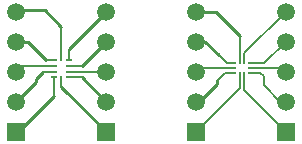
<source format=gtl>
%FSLAX24Y24*%
%MOIN*%
G70*
G01*
G75*
G04 Layer_Physical_Order=1*
G04 Layer_Color=255*
%ADD10R,0.0089X0.0222*%
%ADD11R,0.0222X0.0089*%
%ADD12R,0.0098X0.0228*%
%ADD13R,0.0228X0.0098*%
%ADD14C,0.0060*%
%ADD15C,0.0100*%
%ADD16C,0.0080*%
%ADD17C,0.0591*%
%ADD18R,0.0591X0.0591*%
D10*
X42450Y27900D02*
D03*
X42607D02*
D03*
Y28348D02*
D03*
X42450D02*
D03*
D11*
X42831Y27966D02*
D03*
Y28124D02*
D03*
Y28281D02*
D03*
X42226D02*
D03*
Y28124D02*
D03*
Y27966D02*
D03*
D12*
X36502Y28443D02*
D03*
Y27766D02*
D03*
D13*
X36754Y28400D02*
D03*
Y28203D02*
D03*
Y28006D02*
D03*
Y27809D02*
D03*
X36250D02*
D03*
Y28006D02*
D03*
Y28203D02*
D03*
Y28400D02*
D03*
D14*
X44000Y26000D02*
X44100D01*
X42607Y27393D02*
X44000Y26000D01*
X42607Y27393D02*
Y27900D01*
X41000Y26000D02*
X42450Y27450D01*
Y27900D01*
X43798Y27000D02*
X44000D01*
X43250Y27548D02*
X43798Y27000D01*
X43250Y27548D02*
Y27850D01*
X43134Y27966D02*
X43250Y27850D01*
X42831Y27966D02*
X43134D01*
X43798Y27000D02*
X44000D01*
X43876Y28124D02*
X44000Y28000D01*
X42831Y28124D02*
X43876D01*
X43281Y28281D02*
X44000Y29000D01*
X42831Y28281D02*
X43281D01*
X42607Y28607D02*
X44000Y30000D01*
X42607Y28348D02*
Y28607D01*
X41966Y27966D02*
X42226D01*
X41124Y28124D02*
X42226D01*
X42019Y28281D02*
X42226D01*
X42450Y28348D02*
Y29200D01*
D15*
X41000Y26900D02*
X41700Y27600D01*
Y27700D01*
X41000Y28000D02*
X41124Y28124D01*
X41000Y29000D02*
X41300D01*
X41750Y28550D01*
X41000Y30000D02*
X41650D01*
X42450Y29200D01*
X36754Y28754D02*
X38000Y30000D01*
X37203Y28203D02*
X38000Y29000D01*
X37994Y28006D02*
X38000Y28000D01*
X37191Y27809D02*
X38000Y27000D01*
X36502Y27498D02*
X38050Y25950D01*
X34950Y25900D02*
X36250Y27200D01*
X35000Y27000D02*
X35650Y27650D01*
Y27750D01*
X35906Y28006D01*
X35000Y28000D02*
X35203Y28203D01*
X35000Y29000D02*
X35400D01*
X35600Y28800D01*
X36000Y28400D01*
X35000Y30000D02*
X35050Y30050D01*
X35950D01*
X36502Y29498D01*
D16*
X41700Y27700D02*
X41966Y27966D01*
X41750Y28550D02*
X42019Y28281D01*
X36754Y28400D02*
Y28754D01*
Y28203D02*
X37203D01*
X36754Y28006D02*
X37994D01*
X36754Y27809D02*
X37191D01*
X36502Y27498D02*
Y27766D01*
X36250Y27200D02*
Y27809D01*
X35906Y28006D02*
X36250D01*
X35203Y28203D02*
X36250D01*
X36000Y28400D02*
X36250D01*
X36502Y28443D02*
Y29498D01*
D17*
X44000Y30000D02*
D03*
Y29000D02*
D03*
Y28000D02*
D03*
Y27000D02*
D03*
X41000Y30000D02*
D03*
Y29000D02*
D03*
Y28000D02*
D03*
Y27000D02*
D03*
X38000Y30000D02*
D03*
Y29000D02*
D03*
Y28000D02*
D03*
Y27000D02*
D03*
X35000Y30000D02*
D03*
Y29000D02*
D03*
Y28000D02*
D03*
Y27000D02*
D03*
D18*
X44000Y26000D02*
D03*
X41000D02*
D03*
X38000D02*
D03*
X35000D02*
D03*
M02*

</source>
